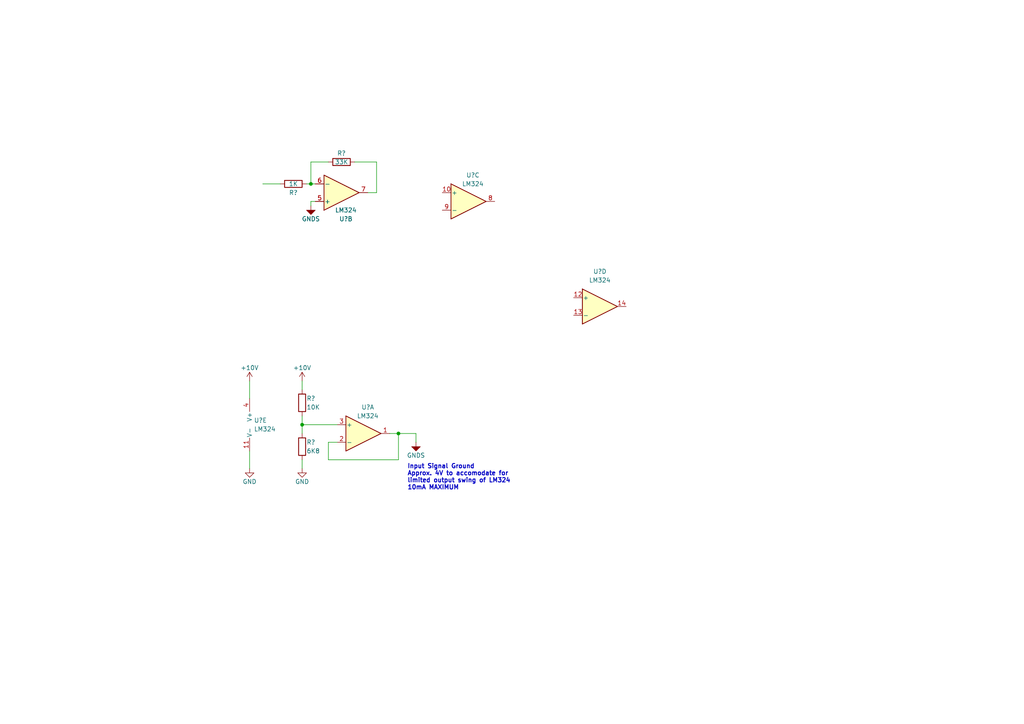
<source format=kicad_sch>
(kicad_sch (version 20230121) (generator eeschema)
  (paper "A4")
  (lib_symbols
    (symbol "Amplifier_Operational:LM324" (pin_names (offset 0.127))
      (property "Reference" "U" (at 0 5.08 0))
      (property "Value" "LM324" (at 0 -5.08 0))
      (symbol "LM324_1_1"
        (polyline (pts (xy -5.08 5.08) (xy 5.08 0) (xy -5.08 -5.08) (xy -5.08 5.08)) (stroke (width 0.254)) (fill (type background)))
        (pin output line (at 7.62 0 180) (length 2.54) (name "~") (number "1"))
        (pin input line (at -7.62 -2.54 0) (length 2.54) (name "-") (number "2"))
        (pin input line (at -7.62 2.54 0) (length 2.54) (name "+") (number "3"))
      )
      (symbol "LM324_2_1"
        (polyline (pts (xy -5.08 5.08) (xy 5.08 0) (xy -5.08 -5.08) (xy -5.08 5.08)) (stroke (width 0.254)) (fill (type background)))
        (pin input line (at -7.62 2.54 0) (length 2.54) (name "+") (number "5"))
        (pin input line (at -7.62 -2.54 0) (length 2.54) (name "-") (number "6"))
        (pin output line (at 7.62 0 180) (length 2.54) (name "~") (number "7"))
      )
      (symbol "LM324_3_1"
        (polyline (pts (xy -5.08 5.08) (xy 5.08 0) (xy -5.08 -5.08) (xy -5.08 5.08)) (stroke (width 0.254)) (fill (type background)))
        (pin input line (at -7.62 2.54 0) (length 2.54) (name "+") (number "10"))
        (pin output line (at 7.62 0 180) (length 2.54) (name "~") (number "8"))
        (pin input line (at -7.62 -2.54 0) (length 2.54) (name "-") (number "9"))
      )
      (symbol "LM324_4_1"
        (polyline (pts (xy -5.08 5.08) (xy 5.08 0) (xy -5.08 -5.08) (xy -5.08 5.08)) (stroke (width 0.254)) (fill (type background)))
        (pin input line (at -7.62 2.54 0) (length 2.54) (name "+") (number "12"))
        (pin input line (at -7.62 -2.54 0) (length 2.54) (name "-") (number "13"))
        (pin output line (at 7.62 0 180) (length 2.54) (name "~") (number "14"))
      )
      (symbol "LM324_5_1"
        (pin power_in line (at -2.54 -7.62 90) (length 3.81) (name "V-") (number "11"))
        (pin power_in line (at -2.54 7.62 270) (length 3.81) (name "V+") (number "4"))
      )
    )
    (symbol "Device:R" (pin_numbers hide) (pin_names (offset 0))
      (property "Reference" "R" (at 2.032 0 90))
      (property "Value" "R" (at 0 0 90))
      (symbol "R_0_1"
        (rectangle (start -1.016 -2.54) (end 1.016 2.54) (stroke (width 0.254)))
      )
      (symbol "R_1_1"
        (pin passive line (at 0 3.81 270) (length 1.27) (name "~") (number "1"))
        (pin passive line (at 0 -3.81 90) (length 1.27) (name "~") (number "2"))
      )
    )
    (symbol "GNDS_1" (power) (pin_names (offset 0))
      (property "Value" "GNDS_1" (at 0 -3.81 0))
      (symbol "GNDS_1_1_1"
        (polyline (pts (xy 0 0) (xy 0 -1.27) (xy 1.27 -1.27) (xy 0 -2.54) (xy -1.27 -1.27) (xy 0 -1.27)) (fill (type outline)))
        (pin power_in line (at 0 0 270) (length 0) hide (name "GNDS") (number "1"))
      )
    )
    (symbol "power:+10V" (power) (pin_names (offset 0))
      (property "Value" "+10V" (at 0 3.556 0))
      (symbol "+10V_0_1"
        (polyline (pts (xy -0.762 1.27) (xy 0 2.54)))
        (polyline (pts (xy 0 0) (xy 0 2.54)))
        (polyline (pts (xy 0 2.54) (xy 0.762 1.27)))
      )
      (symbol "+10V_1_1"
        (pin power_in line (at 0 0 90) (length 0) hide (name "+10V") (number "1"))
      )
    )
    (symbol "power:GND" (power) (pin_names (offset 0))
      (property "Value" "GND" (at 0 -3.81 0))
      (symbol "GND_0_1"
        (polyline (pts (xy 0 0) (xy 0 -1.27) (xy 1.27 -1.27) (xy 0 -2.54) (xy -1.27 -1.27) (xy 0 -1.27)))
      )
      (symbol "GND_1_1"
        (pin power_in line (at 0 0 270) (length 0) hide (name "GND") (number "1"))
      )
    )
  )
  (junction (at 87.63 123.19))
  (junction (at 115.57 125.73))
  (junction (at 90.17 53.34))
  (wire (pts (xy 87.63 125.73) (xy 87.63 123.19)))
  (wire (pts (xy 97.79 123.19) (xy 87.63 123.19)))
  (wire (pts (xy 115.57 133.35) (xy 115.57 125.73)))
  (wire (pts (xy 95.25 46.99) (xy 90.17 46.99)))
  (wire (pts (xy 76.2 53.34) (xy 81.28 53.34)))
  (wire (pts (xy 97.79 128.27) (xy 95.25 128.27)))
  (wire (pts (xy 90.17 58.42) (xy 91.44 58.42)))
  (wire (pts (xy 88.9 53.34) (xy 90.17 53.34)))
  (wire (pts (xy 87.63 110.49) (xy 87.63 113.03)))
  (wire (pts (xy 72.39 135.89) (xy 72.39 130.81)))
  (wire (pts (xy 102.87 46.99) (xy 109.22 46.99)))
  (wire (pts (xy 87.63 135.89) (xy 87.63 133.35)))
  (wire (pts (xy 90.17 59.69) (xy 90.17 58.42)))
  (wire (pts (xy 87.63 123.19) (xy 87.63 120.65)))
  (wire (pts (xy 90.17 46.99) (xy 90.17 53.34)))
  (wire (pts (xy 95.25 133.35) (xy 115.57 133.35)))
  (wire (pts (xy 109.22 46.99) (xy 109.22 55.88)))
  (wire (pts (xy 95.25 128.27) (xy 95.25 133.35)))
  (wire (pts (xy 109.22 55.88) (xy 106.68 55.88)))
  (wire (pts (xy 120.65 128.27) (xy 120.65 125.73)))
  (wire (pts (xy 90.17 53.34) (xy 91.44 53.34)))
  (wire (pts (xy 115.57 125.73) (xy 113.03 125.73)))
  (wire (pts (xy 72.39 110.49) (xy 72.39 115.57)))
  (wire (pts (xy 120.65 125.73) (xy 115.57 125.73)))
  (text "Input Signal Ground\nApprox. 4V to accomodate for\nlimited output swing of LM324\n10mA MAXIMUM" (at 118.11 142.24 0) (effects (font (size 1.27 1.27) (thickness 0.254) bold) (justify left bottom)))
  (symbol (lib_id "power:+10V") (at 87.63 110.49 0) (unit 1)
    (property "Reference" "#PWR0319" (effects hide))
    (property "Value" "+10V" (at 87.63 106.68 0))
    (instances (project "Lab03" (path "" (reference "#PWR0319") (unit 1)) (path "" (reference "#PWR0326") (unit 1))))
  )
  (symbol (lib_id "Amplifier_Operational:LM324") (at 99.06 55.88 0) (mirror x) (unit 2)
    (property "Reference" "U?" (at 100.33 63.5 0))
    (property "Value" "LM324" (at 100.33 60.96 0))
    (property "Datasheet" "http://www.ti.com/lit/ds/symlink/lm2902-n.pdf" (effects hide))
    (instances (project "Lab03" (path "" (reference "U?") (unit 2)) (path "" (reference "U306") (unit 2))))
  )
  (symbol (lib_id "power:GND") (at 87.63 135.89 0) (unit 1)
    (property "Reference" "#PWR0314" (effects hide))
    (property "Value" "GND" (at 87.63 139.7 0))
    (instances (project "Lab03" (path "" (reference "#PWR0314") (unit 1)) (path "" (reference "#PWR0327") (unit 1))))
  )
  (symbol (lib_name "GNDS_1") (lib_id "power:GNDS") (at 90.17 59.69 0) (unit 1)
    (property "Reference" "#PWR0321" (effects hide))
    (property "Value" "GNDS" (at 90.17 63.5 0))
    (instances (project "Lab03" (path "" (reference "#PWR0321") (unit 1)) (path "" (reference "#PWR0328") (unit 1))))
  )
  (symbol (lib_id "Amplifier_Operational:LM324") (at 173.99 88.9 0) (unit 4)
    (property "Reference" "U?" (at 173.99 78.74 0))
    (property "Value" "LM324" (at 173.99 81.28 0))
    (property "Datasheet" "http://www.ti.com/lit/ds/symlink/lm2902-n.pdf" (effects hide))
    (instances (project "Lab03" (path "" (reference "U?") (unit 4)) (path "" (reference "U306") (unit 4))))
  )
  (symbol (lib_id "Device:R") (at 99.06 46.99 90) (unit 1)
    (property "Reference" "R?" (at 99.06 44.45 90))
    (property "Value" "33K" (at 99.06 46.99 90))
    (instances (project "Lab03" (path "" (reference "R?") (unit 1)) (path "" (reference "R324") (unit 1))))
  )
  (symbol (lib_name "GNDS_1") (lib_id "power:GNDS") (at 120.65 128.27 0) (unit 1)
    (property "Reference" "#PWR0313" (effects hide))
    (property "Value" "GNDS" (at 120.65 132.08 0))
    (instances (project "Lab03" (path "" (reference "#PWR0313") (unit 1)) (path "" (reference "#PWR0329") (unit 1))))
  )
  (symbol (lib_id "Amplifier_Operational:LM324") (at 74.93 123.19 0) (unit 5)
    (property "Reference" "U?" (at 73.66 121.92 0) (effects (justify left)))
    (property "Value" "LM324" (at 73.66 124.46 0) (effects (justify left)))
    (property "Datasheet" "http://www.ti.com/lit/ds/symlink/lm2902-n.pdf" (effects hide))
    (instances (project "Lab03" (path "" (reference "U?") (unit 5)) (path "" (reference "U306") (unit 5))))
  )
  (symbol (lib_id "Amplifier_Operational:LM324") (at 135.89 58.42 0) (unit 3)
    (property "Reference" "U?" (at 137.16 50.8 0))
    (property "Value" "LM324" (at 137.16 53.34 0))
    (property "Datasheet" "http://www.ti.com/lit/ds/symlink/lm2902-n.pdf" (effects hide))
    (instances (project "Lab03" (path "" (reference "U?") (unit 3)) (path "" (reference "U306") (unit 3))))
  )
  (symbol (lib_id "Device:R") (at 85.09 53.34 90) (unit 1)
    (property "Reference" "R?" (at 85.09 55.88 90))
    (property "Value" "1K" (at 85.09 53.34 90))
    (instances (project "Lab03" (path "" (reference "R?") (unit 1)) (path "" (reference "R321") (unit 1))))
  )
  (symbol (lib_id "Amplifier_Operational:LM324") (at 105.41 125.73 0) (unit 1)
    (property "Reference" "U?" (at 106.68 118.11 0))
    (property "Value" "LM324" (at 106.68 120.65 0))
    (property "Datasheet" "http://www.ti.com/lit/ds/symlink/lm2902-n.pdf" (effects hide))
    (instances (project "Lab03" (path "" (reference "U?") (unit 1)) (path "" (reference "U306") (unit 1))))
  )
  (symbol (lib_id "power:GND") (at 72.39 135.89 0) (unit 1)
    (property "Reference" "#PWR0312" (effects hide))
    (property "Value" "GND" (at 72.39 139.7 0))
    (instances (project "Lab03" (path "" (reference "#PWR0312") (unit 1)) (path "" (reference "#PWR0325") (unit 1))))
  )
  (symbol (lib_id "Device:R") (at 87.63 116.84 0) (unit 1)
    (property "Reference" "R?" (at 88.9 115.57 0) (effects (justify left)))
    (property "Value" "10K" (at 88.9 118.11 0) (effects (justify left)))
    (instances (project "Lab03" (path "" (reference "R?") (unit 1)) (path "" (reference "R322") (unit 1))))
  )
  (symbol (lib_id "power:+10V") (at 72.39 110.49 0) (unit 1)
    (property "Reference" "#PWR0311" (effects hide))
    (property "Value" "+10V" (at 72.39 106.68 0))
    (instances (project "Lab03" (path "" (reference "#PWR0311") (unit 1)) (path "" (reference "#PWR0324") (unit 1))))
  )
  (symbol (lib_id "Device:R") (at 87.63 129.54 0) (unit 1)
    (property "Reference" "R?" (at 88.9 128.27 0) (effects (justify left)))
    (property "Value" "6K8" (at 88.9 130.81 0) (effects (justify left)))
    (instances (project "Lab03" (path "" (reference "R?") (unit 1)) (path "" (reference "R323") (unit 1))))
  )
)
</source>
